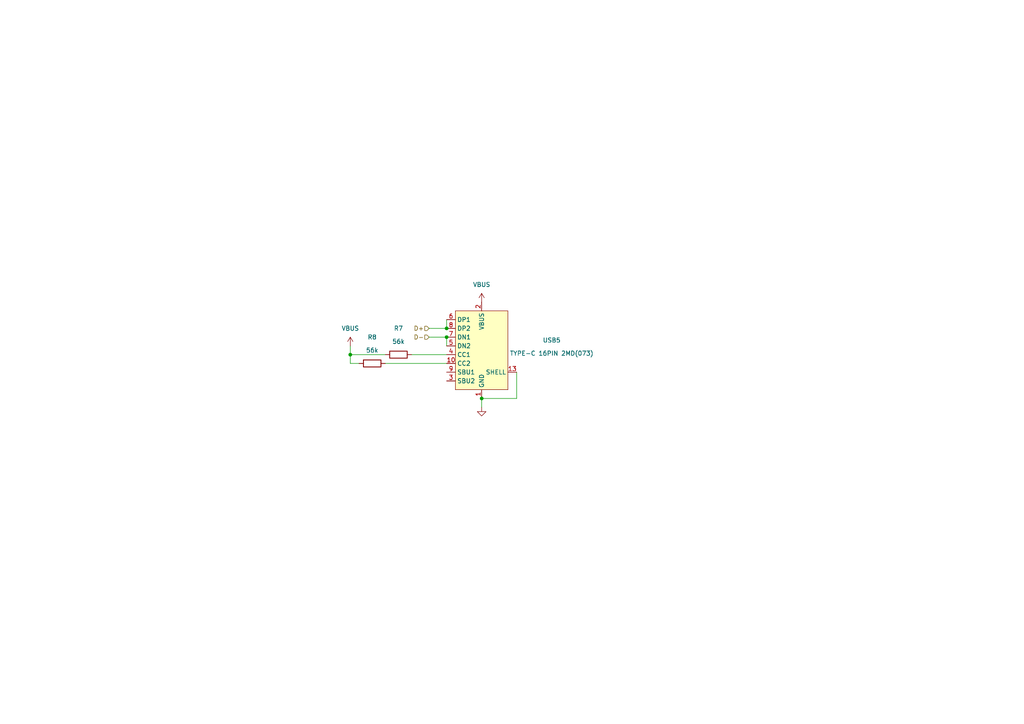
<source format=kicad_sch>
(kicad_sch (version 20250114) (generator "eeschema") (generator_version "9.0")
  (paper "A4")
  (lib_symbols
    (symbol "Device:R" (pin_numbers (hide yes)) (pin_names (offset 0))
      (property "Reference" "R" (at 2.032 0 90))
      (property "Value" "R" (at 0 0 90))
      (symbol "R_0_1"
        (rectangle (start -1.016 -2.54) (end 1.016 2.54) (stroke (width 0.254)))
      )
      (symbol "R_1_1"
        (pin passive line (at 0 3.81 270) (length 1.27) (name "~") (number "1"))
        (pin passive line (at 0 -3.81 90) (length 1.27) (name "~") (number "2"))
      )
    )
    (symbol "easyeda2kicad:TYPE-C16PIN2MD(073)"
      (property "Reference" "USB" (at 0 19.05 0))
      (property "Value" "TYPE-C 16PIN 2MD(073)" (at 0 -19.05 0))
      (symbol "TYPE-C16PIN2MD(073)_0_1"
        (rectangle (start -7.62 11.43) (end 7.62 -11.43) (fill (type background)))
        (pin unspecified line (at -10.16 8.89 0) (length 2.54) (name "DP1") (number "6"))
        (pin unspecified line (at -10.16 6.35 0) (length 2.54) (name "DP2") (number "8"))
        (pin unspecified line (at -10.16 3.81 0) (length 2.54) (name "DN1") (number "7"))
        (pin unspecified line (at -10.16 1.27 0) (length 2.54) (name "DN2") (number "5"))
        (pin unspecified line (at -10.16 -1.27 0) (length 2.54) (name "CC1") (number "4"))
        (pin unspecified line (at -10.16 -3.81 0) (length 2.54) (name "CC2") (number "10"))
        (pin unspecified line (at -10.16 -6.35 0) (length 2.54) (name "SBU1") (number "9"))
        (pin unspecified line (at -10.16 -8.89 0) (length 2.54) (name "SBU2") (number "3"))
        (pin unspecified line (at 0 13.97 270) (length 2.54) (hide yes) (name "VBUS") (number "11"))
        (pin unspecified line (at 0 13.97 270) (length 2.54) (name "VBUS") (number "2"))
        (pin unspecified line (at 0 -13.97 90) (length 2.54) (name "GND") (number "1"))
        (pin unspecified line (at 0 -13.97 90) (length 2.54) (hide yes) (name "GND") (number "12"))
        (pin unspecified line (at 10.16 -6.35 180) (length 2.54) (name "SHELL") (number "13"))
        (pin unspecified line (at 10.16 -6.35 180) (length 2.54) (hide yes) (name "SHELL") (number "14"))
      )
    )
    (symbol "power:GND" (power) (pin_numbers (hide yes)) (pin_names (offset 0) (hide yes))
      (property "Value" "GND" (at 0 -3.81 0))
      (symbol "GND_0_1"
        (polyline (pts (xy 0 0) (xy 0 -1.27) (xy 1.27 -1.27) (xy 0 -2.54) (xy -1.27 -1.27) (xy 0 -1.27)))
      )
      (symbol "GND_1_1"
        (pin power_in line (at 0 0 270) (length 0) (name "~") (number "1"))
      )
    )
    (symbol "power:VBUS" (power) (pin_numbers (hide yes)) (pin_names (offset 0) (hide yes))
      (property "Value" "VBUS" (at 0 3.556 0))
      (symbol "VBUS_0_1"
        (polyline (pts (xy -0.762 1.27) (xy 0 2.54)))
        (polyline (pts (xy 0 2.54) (xy 0.762 1.27)))
        (polyline (pts (xy 0 0) (xy 0 2.54)))
      )
      (symbol "VBUS_1_1"
        (pin power_in line (at 0 0 90) (length 0) (name "~") (number "1"))
      )
    )
  )
  (junction (at 129.54 97.79))
  (junction (at 139.7 115.57))
  (junction (at 129.54 95.25))
  (junction (at 101.6 102.87))
  (wire (pts (xy 119.38 102.87) (xy 129.54 102.87)))
  (wire (pts (xy 124.46 97.79) (xy 129.54 97.79)))
  (wire (pts (xy 124.46 95.25) (xy 129.54 95.25)))
  (wire (pts (xy 139.7 115.57) (xy 149.86 115.57)))
  (wire (pts (xy 149.86 107.95) (xy 149.86 115.57)))
  (wire (pts (xy 111.76 105.41) (xy 129.54 105.41)))
  (wire (pts (xy 101.6 102.87) (xy 101.6 105.41)))
  (wire (pts (xy 129.54 97.79) (xy 129.54 100.33)))
  (wire (pts (xy 101.6 100.33) (xy 101.6 102.87)))
  (wire (pts (xy 129.54 92.71) (xy 129.54 95.25)))
  (wire (pts (xy 139.7 118.11) (xy 139.7 115.57)))
  (wire (pts (xy 101.6 105.41) (xy 104.14 105.41)))
  (wire (pts (xy 101.6 102.87) (xy 111.76 102.87)))
  (hierarchical_label "D-" (shape input) (at 124.46 97.79 180))
  (hierarchical_label "D+" (shape input) (at 124.46 95.25 180))
  (symbol (lib_id "power:VBUS") (at 139.7 87.63 0) (unit 1)
    (property "Reference" "#PWR011" (effects (hide yes)))
    (property "Value" "VBUS" (at 139.7 82.55 0))
    (property "Description" "Power symbol creates a global label with name \"VBUS\"" (effects (hide yes)))
    (instances (project "skibidi-usb-c-hub" (path "" (reference "#PWR020") (unit 1)) (path "" (reference "#PWR011") (unit 1)) (path "" (reference "#PWR014") (unit 1)) (path "" (reference "#PWR017") (unit 1))))
  )
  (symbol (lib_id "power:GND") (at 139.7 118.11 0) (unit 1)
    (property "Reference" "#PWR013" (effects (hide yes)))
    (property "Value" "GND" (effects (hide yes)))
    (property "Description" "Power symbol creates a global label with name \"GND\" , ground" (effects (hide yes)))
    (instances (project "skibidi-usb-c-hub" (path "" (reference "#PWR022") (unit 1)) (path "" (reference "#PWR013") (unit 1)) (path "" (reference "#PWR016") (unit 1)) (path "" (reference "#PWR019") (unit 1))))
  )
  (symbol (lib_id "easyeda2kicad:TYPE-C16PIN2MD(073)") (at 139.7 101.6 0) (unit 1)
    (property "Reference" "USB2" (at 160.02 98.6813 0))
    (property "Value" "TYPE-C 16PIN 2MD(073)" (at 160.02 102.4913 0))
    (property "Footprint" "easyeda2kicad:USB-C-SMD_TYPE-C-6PIN-2MD-073" (effects (hide yes)))
    (property "LCSC Part" "C2765186" (effects (hide yes)))
    (instances (project "skibidi-usb-c-hub" (path "" (reference "USB5") (unit 1)) (path "" (reference "USB2") (unit 1)) (path "" (reference "USB3") (unit 1)) (path "" (reference "USB4") (unit 1))))
  )
  (symbol (lib_id "power:VBUS") (at 101.6 100.33 0) (unit 1)
    (property "Reference" "#PWR012" (effects (hide yes)))
    (property "Value" "VBUS" (at 101.6 95.25 0))
    (property "Description" "Power symbol creates a global label with name \"VBUS\"" (effects (hide yes)))
    (instances (project "skibidi-usb-c-hub" (path "" (reference "#PWR021") (unit 1)) (path "" (reference "#PWR012") (unit 1)) (path "" (reference "#PWR015") (unit 1)) (path "" (reference "#PWR018") (unit 1))))
  )
  (symbol (lib_id "Device:R") (at 107.95 105.41 90) (unit 1)
    (property "Reference" "R2" (at 107.95 97.79 90))
    (property "Value" "56k" (at 107.95 101.6 90))
    (property "Footprint" "Resistor_SMD:R_0603_1608Metric" (effects (hide yes)))
    (property "Description" "Resistor" (effects (hide yes)))
    (property "LCSC Part #" "C23206" (effects (hide yes)))
    (instances (project "skibidi-usb-c-hub" (path "" (reference "R8") (unit 1)) (path "" (reference "R2") (unit 1)) (path "" (reference "R4") (unit 1)) (path "" (reference "R6") (unit 1))))
  )
  (symbol (lib_id "Device:R") (at 115.57 102.87 90) (unit 1)
    (property "Reference" "R1" (at 115.57 95.25 90))
    (property "Value" "56k" (at 115.57 99.06 90))
    (property "Footprint" "Resistor_SMD:R_0603_1608Metric" (effects (hide yes)))
    (property "Description" "Resistor" (effects (hide yes)))
    (property "LCSC Part #" "C23206" (effects (hide yes)))
    (instances (project "skibidi-usb-c-hub" (path "" (reference "R7") (unit 1)) (path "" (reference "R1") (unit 1)) (path "" (reference "R3") (unit 1)) (path "" (reference "R5") (unit 1))))
  )
)
</source>
